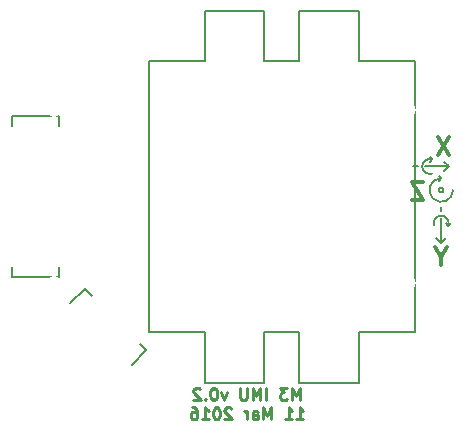
<source format=gbo>
G04 #@! TF.FileFunction,Legend,Bot*
%FSLAX46Y46*%
G04 Gerber Fmt 4.6, Leading zero omitted, Abs format (unit mm)*
G04 Created by KiCad (PCBNEW 4.0.0-rc1-stable) date 23/05/2016 12:24:27*
%MOMM*%
G01*
G04 APERTURE LIST*
%ADD10C,0.100000*%
%ADD11C,0.250000*%
%ADD12C,0.200000*%
%ADD13C,0.300000*%
%ADD14C,0.150000*%
%ADD15R,1.370000X0.500000*%
%ADD16C,1.588000*%
%ADD17C,2.100000*%
%ADD18C,1.200000*%
%ADD19C,1.000000*%
%ADD20C,6.300000*%
%ADD21C,0.600000*%
G04 APERTURE END LIST*
D10*
D11*
X105776190Y-117202381D02*
X105776190Y-116202381D01*
X105442856Y-116916667D01*
X105109523Y-116202381D01*
X105109523Y-117202381D01*
X104728571Y-116202381D02*
X104109523Y-116202381D01*
X104442857Y-116583333D01*
X104299999Y-116583333D01*
X104204761Y-116630952D01*
X104157142Y-116678571D01*
X104109523Y-116773810D01*
X104109523Y-117011905D01*
X104157142Y-117107143D01*
X104204761Y-117154762D01*
X104299999Y-117202381D01*
X104585714Y-117202381D01*
X104680952Y-117154762D01*
X104728571Y-117107143D01*
X102919047Y-117202381D02*
X102919047Y-116202381D01*
X102442857Y-117202381D02*
X102442857Y-116202381D01*
X102109523Y-116916667D01*
X101776190Y-116202381D01*
X101776190Y-117202381D01*
X101300000Y-116202381D02*
X101300000Y-117011905D01*
X101252381Y-117107143D01*
X101204762Y-117154762D01*
X101109524Y-117202381D01*
X100919047Y-117202381D01*
X100823809Y-117154762D01*
X100776190Y-117107143D01*
X100728571Y-117011905D01*
X100728571Y-116202381D01*
X99585714Y-116535714D02*
X99347619Y-117202381D01*
X99109523Y-116535714D01*
X98538095Y-116202381D02*
X98442856Y-116202381D01*
X98347618Y-116250000D01*
X98299999Y-116297619D01*
X98252380Y-116392857D01*
X98204761Y-116583333D01*
X98204761Y-116821429D01*
X98252380Y-117011905D01*
X98299999Y-117107143D01*
X98347618Y-117154762D01*
X98442856Y-117202381D01*
X98538095Y-117202381D01*
X98633333Y-117154762D01*
X98680952Y-117107143D01*
X98728571Y-117011905D01*
X98776190Y-116821429D01*
X98776190Y-116583333D01*
X98728571Y-116392857D01*
X98680952Y-116297619D01*
X98633333Y-116250000D01*
X98538095Y-116202381D01*
X97776190Y-117107143D02*
X97728571Y-117154762D01*
X97776190Y-117202381D01*
X97823809Y-117154762D01*
X97776190Y-117107143D01*
X97776190Y-117202381D01*
X97347619Y-116297619D02*
X97300000Y-116250000D01*
X97204762Y-116202381D01*
X96966666Y-116202381D01*
X96871428Y-116250000D01*
X96823809Y-116297619D01*
X96776190Y-116392857D01*
X96776190Y-116488095D01*
X96823809Y-116630952D01*
X97395238Y-117202381D01*
X96776190Y-117202381D01*
X105490476Y-118852381D02*
X106061905Y-118852381D01*
X105776191Y-118852381D02*
X105776191Y-117852381D01*
X105871429Y-117995238D01*
X105966667Y-118090476D01*
X106061905Y-118138095D01*
X104538095Y-118852381D02*
X105109524Y-118852381D01*
X104823810Y-118852381D02*
X104823810Y-117852381D01*
X104919048Y-117995238D01*
X105014286Y-118090476D01*
X105109524Y-118138095D01*
X103347619Y-118852381D02*
X103347619Y-117852381D01*
X103014285Y-118566667D01*
X102680952Y-117852381D01*
X102680952Y-118852381D01*
X101776190Y-118852381D02*
X101776190Y-118328571D01*
X101823809Y-118233333D01*
X101919047Y-118185714D01*
X102109524Y-118185714D01*
X102204762Y-118233333D01*
X101776190Y-118804762D02*
X101871428Y-118852381D01*
X102109524Y-118852381D01*
X102204762Y-118804762D01*
X102252381Y-118709524D01*
X102252381Y-118614286D01*
X102204762Y-118519048D01*
X102109524Y-118471429D01*
X101871428Y-118471429D01*
X101776190Y-118423810D01*
X101300000Y-118852381D02*
X101300000Y-118185714D01*
X101300000Y-118376190D02*
X101252381Y-118280952D01*
X101204762Y-118233333D01*
X101109524Y-118185714D01*
X101014285Y-118185714D01*
X99966666Y-117947619D02*
X99919047Y-117900000D01*
X99823809Y-117852381D01*
X99585713Y-117852381D01*
X99490475Y-117900000D01*
X99442856Y-117947619D01*
X99395237Y-118042857D01*
X99395237Y-118138095D01*
X99442856Y-118280952D01*
X100014285Y-118852381D01*
X99395237Y-118852381D01*
X98776190Y-117852381D02*
X98680951Y-117852381D01*
X98585713Y-117900000D01*
X98538094Y-117947619D01*
X98490475Y-118042857D01*
X98442856Y-118233333D01*
X98442856Y-118471429D01*
X98490475Y-118661905D01*
X98538094Y-118757143D01*
X98585713Y-118804762D01*
X98680951Y-118852381D01*
X98776190Y-118852381D01*
X98871428Y-118804762D01*
X98919047Y-118757143D01*
X98966666Y-118661905D01*
X99014285Y-118471429D01*
X99014285Y-118233333D01*
X98966666Y-118042857D01*
X98919047Y-117947619D01*
X98871428Y-117900000D01*
X98776190Y-117852381D01*
X97490475Y-118852381D02*
X98061904Y-118852381D01*
X97776190Y-118852381D02*
X97776190Y-117852381D01*
X97871428Y-117995238D01*
X97966666Y-118090476D01*
X98061904Y-118138095D01*
X96633332Y-117852381D02*
X96823809Y-117852381D01*
X96919047Y-117900000D01*
X96966666Y-117947619D01*
X97061904Y-118090476D01*
X97109523Y-118280952D01*
X97109523Y-118661905D01*
X97061904Y-118757143D01*
X97014285Y-118804762D01*
X96919047Y-118852381D01*
X96728570Y-118852381D01*
X96633332Y-118804762D01*
X96585713Y-118757143D01*
X96538094Y-118661905D01*
X96538094Y-118423810D01*
X96585713Y-118328571D01*
X96633332Y-118280952D01*
X96728570Y-118233333D01*
X96919047Y-118233333D01*
X97014285Y-118280952D01*
X97061904Y-118328571D01*
X97109523Y-118423810D01*
D12*
X116975000Y-96850000D02*
X116775000Y-97050000D01*
D13*
X116249999Y-98778571D02*
X115249999Y-98778571D01*
X116249999Y-100278571D01*
X115249999Y-100278571D01*
X118449999Y-94978571D02*
X117449999Y-96478571D01*
X117449999Y-94978571D02*
X118449999Y-96478571D01*
X117750000Y-105089286D02*
X117750000Y-105803571D01*
X118250000Y-104303571D02*
X117750000Y-105089286D01*
X117250000Y-104303571D01*
D12*
X118418580Y-97450000D02*
X118018580Y-97050000D01*
X118418580Y-97450000D02*
X118018580Y-97850000D01*
X118375000Y-97450000D02*
X116375000Y-97450000D01*
X116775000Y-96650000D02*
X116975000Y-96850000D01*
X116975000Y-96850000D02*
G75*
G03X116975000Y-98050000I-200000J-600000D01*
G01*
X115775000Y-97450000D02*
X115375000Y-97450000D01*
X117750000Y-98450000D02*
X117600000Y-98650000D01*
X117750000Y-98450000D02*
X117550000Y-98250000D01*
X117750000Y-98450000D02*
G75*
G03X118750000Y-99450000I0J-1000000D01*
G01*
X117950000Y-99450000D02*
G75*
G03X117950000Y-99450000I-200000J0D01*
G01*
X117750000Y-101250000D02*
X117750000Y-100850000D01*
X118350000Y-102475000D02*
X118150000Y-102275000D01*
X118550000Y-102275000D02*
X118350000Y-102475000D01*
X118350000Y-102450000D02*
G75*
G03X117150000Y-102450000I-600000J200000D01*
G01*
X117750000Y-103893580D02*
X118150000Y-103493580D01*
X117750000Y-103893580D02*
X117350000Y-103493580D01*
X117750000Y-103850000D02*
X117750000Y-101850000D01*
D14*
X81410000Y-106800000D02*
X81410000Y-106000000D01*
X85410000Y-106800000D02*
X81410000Y-106800000D01*
X85410000Y-106000000D02*
X85410000Y-106800000D01*
X81410000Y-93200000D02*
X81410000Y-94000000D01*
X85410000Y-93200000D02*
X81410000Y-93200000D01*
X85410000Y-94000000D02*
X85410000Y-93200000D01*
X115500000Y-111500000D02*
X115500000Y-88500000D01*
X110750000Y-111500000D02*
X115500000Y-111500000D01*
X110750000Y-115750000D02*
X110750000Y-111500000D01*
X105750000Y-115750000D02*
X110750000Y-115750000D01*
X105750000Y-111500000D02*
X105750000Y-115750000D01*
X102750000Y-111500000D02*
X105750000Y-111500000D01*
X102750000Y-115750000D02*
X102750000Y-111500000D01*
X97750000Y-115750000D02*
X102750000Y-115750000D01*
X97750000Y-111500000D02*
X97750000Y-115750000D01*
X93000000Y-111500000D02*
X97750000Y-111500000D01*
X93000000Y-88500000D02*
X93000000Y-111500000D01*
X97750000Y-88500000D02*
X93000000Y-88500000D01*
X97750000Y-84250000D02*
X97750000Y-88500000D01*
X102750000Y-84250000D02*
X97750000Y-84250000D01*
X102750000Y-88500000D02*
X102750000Y-84250000D01*
X105750000Y-88500000D02*
X102750000Y-88500000D01*
X105750000Y-84250000D02*
X105750000Y-88500000D01*
X110750000Y-84250000D02*
X105750000Y-84250000D01*
X110750000Y-88500000D02*
X110750000Y-84250000D01*
X115500000Y-88500000D02*
X110750000Y-88500000D01*
X92791518Y-113031720D02*
X91589437Y-114233802D01*
X92225833Y-112466035D02*
X92791518Y-113031720D01*
X87558928Y-107799130D02*
X88159969Y-108400171D01*
X86356846Y-109001211D02*
X87558928Y-107799130D01*
%LPC*%
D15*
X81850000Y-94500000D03*
X85050000Y-94500000D03*
X81850000Y-95500000D03*
X85050000Y-95500000D03*
X81850000Y-96500000D03*
X85050000Y-96500000D03*
X81850000Y-97500000D03*
X85050000Y-97500000D03*
X81850000Y-98500000D03*
X85050000Y-98500000D03*
X81850000Y-99500000D03*
X85050000Y-99500000D03*
X81850000Y-100500000D03*
X85050000Y-100500000D03*
X81850000Y-101500000D03*
X85050000Y-101500000D03*
X81850000Y-102500000D03*
X85050000Y-102500000D03*
X81850000Y-103500000D03*
X85050000Y-103500000D03*
X81850000Y-104500000D03*
X85050000Y-104500000D03*
X81850000Y-105500000D03*
X85050000Y-105500000D03*
D16*
X100250000Y-113350000D03*
X108250000Y-86650000D03*
D17*
X104250000Y-113850000D03*
X112250000Y-113850000D03*
X96250000Y-113850000D03*
X96250000Y-86150000D03*
X104250000Y-86150000D03*
X112250000Y-86150000D03*
D18*
X85000000Y-107305000D03*
X85000000Y-92695000D03*
X115000000Y-107305000D03*
X115000000Y-92695000D03*
D10*
G36*
X90705553Y-110167937D02*
X89750959Y-111122531D01*
X89468117Y-110839689D01*
X90422711Y-109885095D01*
X90705553Y-110167937D01*
X90705553Y-110167937D01*
G37*
G36*
X90245933Y-109708318D02*
X89291339Y-110662912D01*
X89008497Y-110380070D01*
X89963091Y-109425476D01*
X90245933Y-109708318D01*
X90245933Y-109708318D01*
G37*
G36*
X91165172Y-110627557D02*
X90210578Y-111582151D01*
X89927736Y-111299309D01*
X90882330Y-110344715D01*
X91165172Y-110627557D01*
X91165172Y-110627557D01*
G37*
G36*
X91624791Y-111087176D02*
X90670197Y-112041770D01*
X90387355Y-111758928D01*
X91341949Y-110804334D01*
X91624791Y-111087176D01*
X91624791Y-111087176D01*
G37*
G36*
X89786314Y-109248699D02*
X88831720Y-110203293D01*
X88548878Y-109920451D01*
X89503472Y-108965857D01*
X89786314Y-109248699D01*
X89786314Y-109248699D01*
G37*
D19*
X88654944Y-108789079D02*
X88831720Y-108612303D01*
X91801569Y-111935704D02*
X91978345Y-111758928D01*
D10*
G36*
X88690299Y-111546796D02*
X87346796Y-112890299D01*
X86074003Y-111617506D01*
X87417506Y-110274003D01*
X88690299Y-111546796D01*
X88690299Y-111546796D01*
G37*
G36*
X90316645Y-113173142D02*
X88973142Y-114516645D01*
X87700349Y-113243852D01*
X89043852Y-111900349D01*
X90316645Y-113173142D01*
X90316645Y-113173142D01*
G37*
G36*
X87028598Y-109885095D02*
X85685095Y-111228598D01*
X84571402Y-110114905D01*
X85914905Y-108771402D01*
X87028598Y-109885095D01*
X87028598Y-109885095D01*
G37*
D19*
X84924955Y-109761351D02*
X85561351Y-109124955D01*
D10*
G36*
X91819246Y-114675743D02*
X90475743Y-116019246D01*
X89362050Y-114905553D01*
X90705553Y-113562050D01*
X91819246Y-114675743D01*
X91819246Y-114675743D01*
G37*
D19*
X90829297Y-115665693D02*
X91465693Y-115029297D01*
D20*
X89580000Y-87380000D03*
D21*
X89580000Y-84880000D03*
X92080000Y-87380000D03*
X89580000Y-89880000D03*
X87080000Y-87380000D03*
X87780000Y-85580000D03*
X91380000Y-85580000D03*
X87780000Y-89180000D03*
X91380000Y-89180000D03*
M02*

</source>
